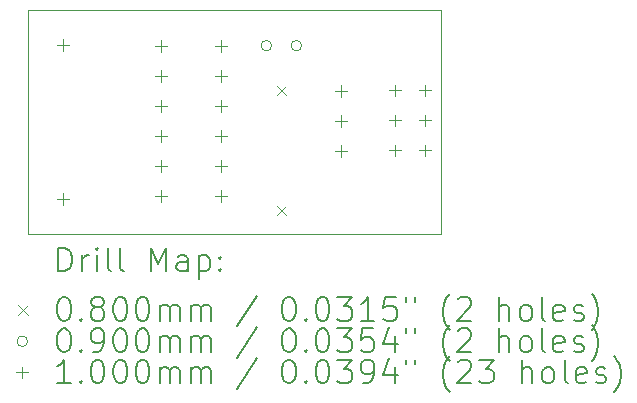
<source format=gbr>
%TF.GenerationSoftware,KiCad,Pcbnew,8.0.3*%
%TF.CreationDate,2024-07-07T19:01:39+09:00*%
%TF.ProjectId,next_usb_device,6e657874-5f75-4736-925f-646576696365,rev?*%
%TF.SameCoordinates,Original*%
%TF.FileFunction,Drillmap*%
%TF.FilePolarity,Positive*%
%FSLAX45Y45*%
G04 Gerber Fmt 4.5, Leading zero omitted, Abs format (unit mm)*
G04 Created by KiCad (PCBNEW 8.0.3) date 2024-07-07 19:01:39*
%MOMM*%
%LPD*%
G01*
G04 APERTURE LIST*
%ADD10C,0.050000*%
%ADD11C,0.200000*%
%ADD12C,0.100000*%
G04 APERTURE END LIST*
D10*
X10300000Y-6300000D02*
X13800000Y-6300000D01*
X13800000Y-8200000D01*
X10300000Y-8200000D01*
X10300000Y-6300000D01*
D11*
D12*
X12406000Y-6945000D02*
X12486000Y-7025000D01*
X12486000Y-6945000D02*
X12406000Y-7025000D01*
X12406000Y-7961000D02*
X12486000Y-8041000D01*
X12486000Y-7961000D02*
X12406000Y-8041000D01*
X12364000Y-6604000D02*
G75*
G02*
X12274000Y-6604000I-45000J0D01*
G01*
X12274000Y-6604000D02*
G75*
G02*
X12364000Y-6604000I45000J0D01*
G01*
X12618000Y-6604000D02*
G75*
G02*
X12528000Y-6604000I-45000J0D01*
G01*
X12528000Y-6604000D02*
G75*
G02*
X12618000Y-6604000I45000J0D01*
G01*
X10600000Y-6550000D02*
X10600000Y-6650000D01*
X10550000Y-6600000D02*
X10650000Y-6600000D01*
X10600000Y-7850000D02*
X10600000Y-7950000D01*
X10550000Y-7900000D02*
X10650000Y-7900000D01*
X11430000Y-6554000D02*
X11430000Y-6654000D01*
X11380000Y-6604000D02*
X11480000Y-6604000D01*
X11430000Y-6808000D02*
X11430000Y-6908000D01*
X11380000Y-6858000D02*
X11480000Y-6858000D01*
X11430000Y-7062000D02*
X11430000Y-7162000D01*
X11380000Y-7112000D02*
X11480000Y-7112000D01*
X11430000Y-7316000D02*
X11430000Y-7416000D01*
X11380000Y-7366000D02*
X11480000Y-7366000D01*
X11430000Y-7570000D02*
X11430000Y-7670000D01*
X11380000Y-7620000D02*
X11480000Y-7620000D01*
X11430000Y-7824000D02*
X11430000Y-7924000D01*
X11380000Y-7874000D02*
X11480000Y-7874000D01*
X11938000Y-6554000D02*
X11938000Y-6654000D01*
X11888000Y-6604000D02*
X11988000Y-6604000D01*
X11938000Y-6808000D02*
X11938000Y-6908000D01*
X11888000Y-6858000D02*
X11988000Y-6858000D01*
X11938000Y-7062000D02*
X11938000Y-7162000D01*
X11888000Y-7112000D02*
X11988000Y-7112000D01*
X11938000Y-7316000D02*
X11938000Y-7416000D01*
X11888000Y-7366000D02*
X11988000Y-7366000D01*
X11938000Y-7570000D02*
X11938000Y-7670000D01*
X11888000Y-7620000D02*
X11988000Y-7620000D01*
X11938000Y-7824000D02*
X11938000Y-7924000D01*
X11888000Y-7874000D02*
X11988000Y-7874000D01*
X12954000Y-6935000D02*
X12954000Y-7035000D01*
X12904000Y-6985000D02*
X13004000Y-6985000D01*
X12954000Y-7189000D02*
X12954000Y-7289000D01*
X12904000Y-7239000D02*
X13004000Y-7239000D01*
X12954000Y-7443000D02*
X12954000Y-7543000D01*
X12904000Y-7493000D02*
X13004000Y-7493000D01*
X13407500Y-6933500D02*
X13407500Y-7033500D01*
X13357500Y-6983500D02*
X13457500Y-6983500D01*
X13407500Y-7187500D02*
X13407500Y-7287500D01*
X13357500Y-7237500D02*
X13457500Y-7237500D01*
X13407500Y-7441500D02*
X13407500Y-7541500D01*
X13357500Y-7491500D02*
X13457500Y-7491500D01*
X13661500Y-6933500D02*
X13661500Y-7033500D01*
X13611500Y-6983500D02*
X13711500Y-6983500D01*
X13661500Y-7187500D02*
X13661500Y-7287500D01*
X13611500Y-7237500D02*
X13711500Y-7237500D01*
X13661500Y-7441500D02*
X13661500Y-7541500D01*
X13611500Y-7491500D02*
X13711500Y-7491500D01*
D11*
X10558277Y-8513984D02*
X10558277Y-8313984D01*
X10558277Y-8313984D02*
X10605896Y-8313984D01*
X10605896Y-8313984D02*
X10634467Y-8323508D01*
X10634467Y-8323508D02*
X10653515Y-8342555D01*
X10653515Y-8342555D02*
X10663039Y-8361603D01*
X10663039Y-8361603D02*
X10672563Y-8399698D01*
X10672563Y-8399698D02*
X10672563Y-8428270D01*
X10672563Y-8428270D02*
X10663039Y-8466365D01*
X10663039Y-8466365D02*
X10653515Y-8485412D01*
X10653515Y-8485412D02*
X10634467Y-8504460D01*
X10634467Y-8504460D02*
X10605896Y-8513984D01*
X10605896Y-8513984D02*
X10558277Y-8513984D01*
X10758277Y-8513984D02*
X10758277Y-8380650D01*
X10758277Y-8418746D02*
X10767801Y-8399698D01*
X10767801Y-8399698D02*
X10777324Y-8390174D01*
X10777324Y-8390174D02*
X10796372Y-8380650D01*
X10796372Y-8380650D02*
X10815420Y-8380650D01*
X10882086Y-8513984D02*
X10882086Y-8380650D01*
X10882086Y-8313984D02*
X10872563Y-8323508D01*
X10872563Y-8323508D02*
X10882086Y-8333031D01*
X10882086Y-8333031D02*
X10891610Y-8323508D01*
X10891610Y-8323508D02*
X10882086Y-8313984D01*
X10882086Y-8313984D02*
X10882086Y-8333031D01*
X11005896Y-8513984D02*
X10986848Y-8504460D01*
X10986848Y-8504460D02*
X10977324Y-8485412D01*
X10977324Y-8485412D02*
X10977324Y-8313984D01*
X11110658Y-8513984D02*
X11091610Y-8504460D01*
X11091610Y-8504460D02*
X11082086Y-8485412D01*
X11082086Y-8485412D02*
X11082086Y-8313984D01*
X11339229Y-8513984D02*
X11339229Y-8313984D01*
X11339229Y-8313984D02*
X11405896Y-8456841D01*
X11405896Y-8456841D02*
X11472562Y-8313984D01*
X11472562Y-8313984D02*
X11472562Y-8513984D01*
X11653515Y-8513984D02*
X11653515Y-8409222D01*
X11653515Y-8409222D02*
X11643991Y-8390174D01*
X11643991Y-8390174D02*
X11624943Y-8380650D01*
X11624943Y-8380650D02*
X11586848Y-8380650D01*
X11586848Y-8380650D02*
X11567801Y-8390174D01*
X11653515Y-8504460D02*
X11634467Y-8513984D01*
X11634467Y-8513984D02*
X11586848Y-8513984D01*
X11586848Y-8513984D02*
X11567801Y-8504460D01*
X11567801Y-8504460D02*
X11558277Y-8485412D01*
X11558277Y-8485412D02*
X11558277Y-8466365D01*
X11558277Y-8466365D02*
X11567801Y-8447317D01*
X11567801Y-8447317D02*
X11586848Y-8437793D01*
X11586848Y-8437793D02*
X11634467Y-8437793D01*
X11634467Y-8437793D02*
X11653515Y-8428270D01*
X11748753Y-8380650D02*
X11748753Y-8580650D01*
X11748753Y-8390174D02*
X11767801Y-8380650D01*
X11767801Y-8380650D02*
X11805896Y-8380650D01*
X11805896Y-8380650D02*
X11824943Y-8390174D01*
X11824943Y-8390174D02*
X11834467Y-8399698D01*
X11834467Y-8399698D02*
X11843991Y-8418746D01*
X11843991Y-8418746D02*
X11843991Y-8475889D01*
X11843991Y-8475889D02*
X11834467Y-8494936D01*
X11834467Y-8494936D02*
X11824943Y-8504460D01*
X11824943Y-8504460D02*
X11805896Y-8513984D01*
X11805896Y-8513984D02*
X11767801Y-8513984D01*
X11767801Y-8513984D02*
X11748753Y-8504460D01*
X11929705Y-8494936D02*
X11939229Y-8504460D01*
X11939229Y-8504460D02*
X11929705Y-8513984D01*
X11929705Y-8513984D02*
X11920182Y-8504460D01*
X11920182Y-8504460D02*
X11929705Y-8494936D01*
X11929705Y-8494936D02*
X11929705Y-8513984D01*
X11929705Y-8390174D02*
X11939229Y-8399698D01*
X11939229Y-8399698D02*
X11929705Y-8409222D01*
X11929705Y-8409222D02*
X11920182Y-8399698D01*
X11920182Y-8399698D02*
X11929705Y-8390174D01*
X11929705Y-8390174D02*
X11929705Y-8409222D01*
D12*
X10217500Y-8802500D02*
X10297500Y-8882500D01*
X10297500Y-8802500D02*
X10217500Y-8882500D01*
D11*
X10596372Y-8733984D02*
X10615420Y-8733984D01*
X10615420Y-8733984D02*
X10634467Y-8743508D01*
X10634467Y-8743508D02*
X10643991Y-8753031D01*
X10643991Y-8753031D02*
X10653515Y-8772079D01*
X10653515Y-8772079D02*
X10663039Y-8810174D01*
X10663039Y-8810174D02*
X10663039Y-8857793D01*
X10663039Y-8857793D02*
X10653515Y-8895889D01*
X10653515Y-8895889D02*
X10643991Y-8914936D01*
X10643991Y-8914936D02*
X10634467Y-8924460D01*
X10634467Y-8924460D02*
X10615420Y-8933984D01*
X10615420Y-8933984D02*
X10596372Y-8933984D01*
X10596372Y-8933984D02*
X10577324Y-8924460D01*
X10577324Y-8924460D02*
X10567801Y-8914936D01*
X10567801Y-8914936D02*
X10558277Y-8895889D01*
X10558277Y-8895889D02*
X10548753Y-8857793D01*
X10548753Y-8857793D02*
X10548753Y-8810174D01*
X10548753Y-8810174D02*
X10558277Y-8772079D01*
X10558277Y-8772079D02*
X10567801Y-8753031D01*
X10567801Y-8753031D02*
X10577324Y-8743508D01*
X10577324Y-8743508D02*
X10596372Y-8733984D01*
X10748753Y-8914936D02*
X10758277Y-8924460D01*
X10758277Y-8924460D02*
X10748753Y-8933984D01*
X10748753Y-8933984D02*
X10739229Y-8924460D01*
X10739229Y-8924460D02*
X10748753Y-8914936D01*
X10748753Y-8914936D02*
X10748753Y-8933984D01*
X10872563Y-8819698D02*
X10853515Y-8810174D01*
X10853515Y-8810174D02*
X10843991Y-8800650D01*
X10843991Y-8800650D02*
X10834467Y-8781603D01*
X10834467Y-8781603D02*
X10834467Y-8772079D01*
X10834467Y-8772079D02*
X10843991Y-8753031D01*
X10843991Y-8753031D02*
X10853515Y-8743508D01*
X10853515Y-8743508D02*
X10872563Y-8733984D01*
X10872563Y-8733984D02*
X10910658Y-8733984D01*
X10910658Y-8733984D02*
X10929705Y-8743508D01*
X10929705Y-8743508D02*
X10939229Y-8753031D01*
X10939229Y-8753031D02*
X10948753Y-8772079D01*
X10948753Y-8772079D02*
X10948753Y-8781603D01*
X10948753Y-8781603D02*
X10939229Y-8800650D01*
X10939229Y-8800650D02*
X10929705Y-8810174D01*
X10929705Y-8810174D02*
X10910658Y-8819698D01*
X10910658Y-8819698D02*
X10872563Y-8819698D01*
X10872563Y-8819698D02*
X10853515Y-8829222D01*
X10853515Y-8829222D02*
X10843991Y-8838746D01*
X10843991Y-8838746D02*
X10834467Y-8857793D01*
X10834467Y-8857793D02*
X10834467Y-8895889D01*
X10834467Y-8895889D02*
X10843991Y-8914936D01*
X10843991Y-8914936D02*
X10853515Y-8924460D01*
X10853515Y-8924460D02*
X10872563Y-8933984D01*
X10872563Y-8933984D02*
X10910658Y-8933984D01*
X10910658Y-8933984D02*
X10929705Y-8924460D01*
X10929705Y-8924460D02*
X10939229Y-8914936D01*
X10939229Y-8914936D02*
X10948753Y-8895889D01*
X10948753Y-8895889D02*
X10948753Y-8857793D01*
X10948753Y-8857793D02*
X10939229Y-8838746D01*
X10939229Y-8838746D02*
X10929705Y-8829222D01*
X10929705Y-8829222D02*
X10910658Y-8819698D01*
X11072563Y-8733984D02*
X11091610Y-8733984D01*
X11091610Y-8733984D02*
X11110658Y-8743508D01*
X11110658Y-8743508D02*
X11120182Y-8753031D01*
X11120182Y-8753031D02*
X11129705Y-8772079D01*
X11129705Y-8772079D02*
X11139229Y-8810174D01*
X11139229Y-8810174D02*
X11139229Y-8857793D01*
X11139229Y-8857793D02*
X11129705Y-8895889D01*
X11129705Y-8895889D02*
X11120182Y-8914936D01*
X11120182Y-8914936D02*
X11110658Y-8924460D01*
X11110658Y-8924460D02*
X11091610Y-8933984D01*
X11091610Y-8933984D02*
X11072563Y-8933984D01*
X11072563Y-8933984D02*
X11053515Y-8924460D01*
X11053515Y-8924460D02*
X11043991Y-8914936D01*
X11043991Y-8914936D02*
X11034467Y-8895889D01*
X11034467Y-8895889D02*
X11024944Y-8857793D01*
X11024944Y-8857793D02*
X11024944Y-8810174D01*
X11024944Y-8810174D02*
X11034467Y-8772079D01*
X11034467Y-8772079D02*
X11043991Y-8753031D01*
X11043991Y-8753031D02*
X11053515Y-8743508D01*
X11053515Y-8743508D02*
X11072563Y-8733984D01*
X11263039Y-8733984D02*
X11282086Y-8733984D01*
X11282086Y-8733984D02*
X11301134Y-8743508D01*
X11301134Y-8743508D02*
X11310658Y-8753031D01*
X11310658Y-8753031D02*
X11320182Y-8772079D01*
X11320182Y-8772079D02*
X11329705Y-8810174D01*
X11329705Y-8810174D02*
X11329705Y-8857793D01*
X11329705Y-8857793D02*
X11320182Y-8895889D01*
X11320182Y-8895889D02*
X11310658Y-8914936D01*
X11310658Y-8914936D02*
X11301134Y-8924460D01*
X11301134Y-8924460D02*
X11282086Y-8933984D01*
X11282086Y-8933984D02*
X11263039Y-8933984D01*
X11263039Y-8933984D02*
X11243991Y-8924460D01*
X11243991Y-8924460D02*
X11234467Y-8914936D01*
X11234467Y-8914936D02*
X11224943Y-8895889D01*
X11224943Y-8895889D02*
X11215420Y-8857793D01*
X11215420Y-8857793D02*
X11215420Y-8810174D01*
X11215420Y-8810174D02*
X11224943Y-8772079D01*
X11224943Y-8772079D02*
X11234467Y-8753031D01*
X11234467Y-8753031D02*
X11243991Y-8743508D01*
X11243991Y-8743508D02*
X11263039Y-8733984D01*
X11415420Y-8933984D02*
X11415420Y-8800650D01*
X11415420Y-8819698D02*
X11424943Y-8810174D01*
X11424943Y-8810174D02*
X11443991Y-8800650D01*
X11443991Y-8800650D02*
X11472563Y-8800650D01*
X11472563Y-8800650D02*
X11491610Y-8810174D01*
X11491610Y-8810174D02*
X11501134Y-8829222D01*
X11501134Y-8829222D02*
X11501134Y-8933984D01*
X11501134Y-8829222D02*
X11510658Y-8810174D01*
X11510658Y-8810174D02*
X11529705Y-8800650D01*
X11529705Y-8800650D02*
X11558277Y-8800650D01*
X11558277Y-8800650D02*
X11577324Y-8810174D01*
X11577324Y-8810174D02*
X11586848Y-8829222D01*
X11586848Y-8829222D02*
X11586848Y-8933984D01*
X11682086Y-8933984D02*
X11682086Y-8800650D01*
X11682086Y-8819698D02*
X11691610Y-8810174D01*
X11691610Y-8810174D02*
X11710658Y-8800650D01*
X11710658Y-8800650D02*
X11739229Y-8800650D01*
X11739229Y-8800650D02*
X11758277Y-8810174D01*
X11758277Y-8810174D02*
X11767801Y-8829222D01*
X11767801Y-8829222D02*
X11767801Y-8933984D01*
X11767801Y-8829222D02*
X11777324Y-8810174D01*
X11777324Y-8810174D02*
X11796372Y-8800650D01*
X11796372Y-8800650D02*
X11824943Y-8800650D01*
X11824943Y-8800650D02*
X11843991Y-8810174D01*
X11843991Y-8810174D02*
X11853515Y-8829222D01*
X11853515Y-8829222D02*
X11853515Y-8933984D01*
X12243991Y-8724460D02*
X12072563Y-8981603D01*
X12501134Y-8733984D02*
X12520182Y-8733984D01*
X12520182Y-8733984D02*
X12539229Y-8743508D01*
X12539229Y-8743508D02*
X12548753Y-8753031D01*
X12548753Y-8753031D02*
X12558277Y-8772079D01*
X12558277Y-8772079D02*
X12567801Y-8810174D01*
X12567801Y-8810174D02*
X12567801Y-8857793D01*
X12567801Y-8857793D02*
X12558277Y-8895889D01*
X12558277Y-8895889D02*
X12548753Y-8914936D01*
X12548753Y-8914936D02*
X12539229Y-8924460D01*
X12539229Y-8924460D02*
X12520182Y-8933984D01*
X12520182Y-8933984D02*
X12501134Y-8933984D01*
X12501134Y-8933984D02*
X12482086Y-8924460D01*
X12482086Y-8924460D02*
X12472563Y-8914936D01*
X12472563Y-8914936D02*
X12463039Y-8895889D01*
X12463039Y-8895889D02*
X12453515Y-8857793D01*
X12453515Y-8857793D02*
X12453515Y-8810174D01*
X12453515Y-8810174D02*
X12463039Y-8772079D01*
X12463039Y-8772079D02*
X12472563Y-8753031D01*
X12472563Y-8753031D02*
X12482086Y-8743508D01*
X12482086Y-8743508D02*
X12501134Y-8733984D01*
X12653515Y-8914936D02*
X12663039Y-8924460D01*
X12663039Y-8924460D02*
X12653515Y-8933984D01*
X12653515Y-8933984D02*
X12643991Y-8924460D01*
X12643991Y-8924460D02*
X12653515Y-8914936D01*
X12653515Y-8914936D02*
X12653515Y-8933984D01*
X12786848Y-8733984D02*
X12805896Y-8733984D01*
X12805896Y-8733984D02*
X12824944Y-8743508D01*
X12824944Y-8743508D02*
X12834467Y-8753031D01*
X12834467Y-8753031D02*
X12843991Y-8772079D01*
X12843991Y-8772079D02*
X12853515Y-8810174D01*
X12853515Y-8810174D02*
X12853515Y-8857793D01*
X12853515Y-8857793D02*
X12843991Y-8895889D01*
X12843991Y-8895889D02*
X12834467Y-8914936D01*
X12834467Y-8914936D02*
X12824944Y-8924460D01*
X12824944Y-8924460D02*
X12805896Y-8933984D01*
X12805896Y-8933984D02*
X12786848Y-8933984D01*
X12786848Y-8933984D02*
X12767801Y-8924460D01*
X12767801Y-8924460D02*
X12758277Y-8914936D01*
X12758277Y-8914936D02*
X12748753Y-8895889D01*
X12748753Y-8895889D02*
X12739229Y-8857793D01*
X12739229Y-8857793D02*
X12739229Y-8810174D01*
X12739229Y-8810174D02*
X12748753Y-8772079D01*
X12748753Y-8772079D02*
X12758277Y-8753031D01*
X12758277Y-8753031D02*
X12767801Y-8743508D01*
X12767801Y-8743508D02*
X12786848Y-8733984D01*
X12920182Y-8733984D02*
X13043991Y-8733984D01*
X13043991Y-8733984D02*
X12977325Y-8810174D01*
X12977325Y-8810174D02*
X13005896Y-8810174D01*
X13005896Y-8810174D02*
X13024944Y-8819698D01*
X13024944Y-8819698D02*
X13034467Y-8829222D01*
X13034467Y-8829222D02*
X13043991Y-8848270D01*
X13043991Y-8848270D02*
X13043991Y-8895889D01*
X13043991Y-8895889D02*
X13034467Y-8914936D01*
X13034467Y-8914936D02*
X13024944Y-8924460D01*
X13024944Y-8924460D02*
X13005896Y-8933984D01*
X13005896Y-8933984D02*
X12948753Y-8933984D01*
X12948753Y-8933984D02*
X12929706Y-8924460D01*
X12929706Y-8924460D02*
X12920182Y-8914936D01*
X13234467Y-8933984D02*
X13120182Y-8933984D01*
X13177325Y-8933984D02*
X13177325Y-8733984D01*
X13177325Y-8733984D02*
X13158277Y-8762555D01*
X13158277Y-8762555D02*
X13139229Y-8781603D01*
X13139229Y-8781603D02*
X13120182Y-8791127D01*
X13415420Y-8733984D02*
X13320182Y-8733984D01*
X13320182Y-8733984D02*
X13310658Y-8829222D01*
X13310658Y-8829222D02*
X13320182Y-8819698D01*
X13320182Y-8819698D02*
X13339229Y-8810174D01*
X13339229Y-8810174D02*
X13386848Y-8810174D01*
X13386848Y-8810174D02*
X13405896Y-8819698D01*
X13405896Y-8819698D02*
X13415420Y-8829222D01*
X13415420Y-8829222D02*
X13424944Y-8848270D01*
X13424944Y-8848270D02*
X13424944Y-8895889D01*
X13424944Y-8895889D02*
X13415420Y-8914936D01*
X13415420Y-8914936D02*
X13405896Y-8924460D01*
X13405896Y-8924460D02*
X13386848Y-8933984D01*
X13386848Y-8933984D02*
X13339229Y-8933984D01*
X13339229Y-8933984D02*
X13320182Y-8924460D01*
X13320182Y-8924460D02*
X13310658Y-8914936D01*
X13501134Y-8733984D02*
X13501134Y-8772079D01*
X13577325Y-8733984D02*
X13577325Y-8772079D01*
X13872563Y-9010174D02*
X13863039Y-9000650D01*
X13863039Y-9000650D02*
X13843991Y-8972079D01*
X13843991Y-8972079D02*
X13834468Y-8953031D01*
X13834468Y-8953031D02*
X13824944Y-8924460D01*
X13824944Y-8924460D02*
X13815420Y-8876841D01*
X13815420Y-8876841D02*
X13815420Y-8838746D01*
X13815420Y-8838746D02*
X13824944Y-8791127D01*
X13824944Y-8791127D02*
X13834468Y-8762555D01*
X13834468Y-8762555D02*
X13843991Y-8743508D01*
X13843991Y-8743508D02*
X13863039Y-8714936D01*
X13863039Y-8714936D02*
X13872563Y-8705412D01*
X13939229Y-8753031D02*
X13948753Y-8743508D01*
X13948753Y-8743508D02*
X13967801Y-8733984D01*
X13967801Y-8733984D02*
X14015420Y-8733984D01*
X14015420Y-8733984D02*
X14034468Y-8743508D01*
X14034468Y-8743508D02*
X14043991Y-8753031D01*
X14043991Y-8753031D02*
X14053515Y-8772079D01*
X14053515Y-8772079D02*
X14053515Y-8791127D01*
X14053515Y-8791127D02*
X14043991Y-8819698D01*
X14043991Y-8819698D02*
X13929706Y-8933984D01*
X13929706Y-8933984D02*
X14053515Y-8933984D01*
X14291610Y-8933984D02*
X14291610Y-8733984D01*
X14377325Y-8933984D02*
X14377325Y-8829222D01*
X14377325Y-8829222D02*
X14367801Y-8810174D01*
X14367801Y-8810174D02*
X14348753Y-8800650D01*
X14348753Y-8800650D02*
X14320182Y-8800650D01*
X14320182Y-8800650D02*
X14301134Y-8810174D01*
X14301134Y-8810174D02*
X14291610Y-8819698D01*
X14501134Y-8933984D02*
X14482087Y-8924460D01*
X14482087Y-8924460D02*
X14472563Y-8914936D01*
X14472563Y-8914936D02*
X14463039Y-8895889D01*
X14463039Y-8895889D02*
X14463039Y-8838746D01*
X14463039Y-8838746D02*
X14472563Y-8819698D01*
X14472563Y-8819698D02*
X14482087Y-8810174D01*
X14482087Y-8810174D02*
X14501134Y-8800650D01*
X14501134Y-8800650D02*
X14529706Y-8800650D01*
X14529706Y-8800650D02*
X14548753Y-8810174D01*
X14548753Y-8810174D02*
X14558277Y-8819698D01*
X14558277Y-8819698D02*
X14567801Y-8838746D01*
X14567801Y-8838746D02*
X14567801Y-8895889D01*
X14567801Y-8895889D02*
X14558277Y-8914936D01*
X14558277Y-8914936D02*
X14548753Y-8924460D01*
X14548753Y-8924460D02*
X14529706Y-8933984D01*
X14529706Y-8933984D02*
X14501134Y-8933984D01*
X14682087Y-8933984D02*
X14663039Y-8924460D01*
X14663039Y-8924460D02*
X14653515Y-8905412D01*
X14653515Y-8905412D02*
X14653515Y-8733984D01*
X14834468Y-8924460D02*
X14815420Y-8933984D01*
X14815420Y-8933984D02*
X14777325Y-8933984D01*
X14777325Y-8933984D02*
X14758277Y-8924460D01*
X14758277Y-8924460D02*
X14748753Y-8905412D01*
X14748753Y-8905412D02*
X14748753Y-8829222D01*
X14748753Y-8829222D02*
X14758277Y-8810174D01*
X14758277Y-8810174D02*
X14777325Y-8800650D01*
X14777325Y-8800650D02*
X14815420Y-8800650D01*
X14815420Y-8800650D02*
X14834468Y-8810174D01*
X14834468Y-8810174D02*
X14843991Y-8829222D01*
X14843991Y-8829222D02*
X14843991Y-8848270D01*
X14843991Y-8848270D02*
X14748753Y-8867317D01*
X14920182Y-8924460D02*
X14939230Y-8933984D01*
X14939230Y-8933984D02*
X14977325Y-8933984D01*
X14977325Y-8933984D02*
X14996372Y-8924460D01*
X14996372Y-8924460D02*
X15005896Y-8905412D01*
X15005896Y-8905412D02*
X15005896Y-8895889D01*
X15005896Y-8895889D02*
X14996372Y-8876841D01*
X14996372Y-8876841D02*
X14977325Y-8867317D01*
X14977325Y-8867317D02*
X14948753Y-8867317D01*
X14948753Y-8867317D02*
X14929706Y-8857793D01*
X14929706Y-8857793D02*
X14920182Y-8838746D01*
X14920182Y-8838746D02*
X14920182Y-8829222D01*
X14920182Y-8829222D02*
X14929706Y-8810174D01*
X14929706Y-8810174D02*
X14948753Y-8800650D01*
X14948753Y-8800650D02*
X14977325Y-8800650D01*
X14977325Y-8800650D02*
X14996372Y-8810174D01*
X15072563Y-9010174D02*
X15082087Y-9000650D01*
X15082087Y-9000650D02*
X15101134Y-8972079D01*
X15101134Y-8972079D02*
X15110658Y-8953031D01*
X15110658Y-8953031D02*
X15120182Y-8924460D01*
X15120182Y-8924460D02*
X15129706Y-8876841D01*
X15129706Y-8876841D02*
X15129706Y-8838746D01*
X15129706Y-8838746D02*
X15120182Y-8791127D01*
X15120182Y-8791127D02*
X15110658Y-8762555D01*
X15110658Y-8762555D02*
X15101134Y-8743508D01*
X15101134Y-8743508D02*
X15082087Y-8714936D01*
X15082087Y-8714936D02*
X15072563Y-8705412D01*
D12*
X10297500Y-9106500D02*
G75*
G02*
X10207500Y-9106500I-45000J0D01*
G01*
X10207500Y-9106500D02*
G75*
G02*
X10297500Y-9106500I45000J0D01*
G01*
D11*
X10596372Y-8997984D02*
X10615420Y-8997984D01*
X10615420Y-8997984D02*
X10634467Y-9007508D01*
X10634467Y-9007508D02*
X10643991Y-9017031D01*
X10643991Y-9017031D02*
X10653515Y-9036079D01*
X10653515Y-9036079D02*
X10663039Y-9074174D01*
X10663039Y-9074174D02*
X10663039Y-9121793D01*
X10663039Y-9121793D02*
X10653515Y-9159889D01*
X10653515Y-9159889D02*
X10643991Y-9178936D01*
X10643991Y-9178936D02*
X10634467Y-9188460D01*
X10634467Y-9188460D02*
X10615420Y-9197984D01*
X10615420Y-9197984D02*
X10596372Y-9197984D01*
X10596372Y-9197984D02*
X10577324Y-9188460D01*
X10577324Y-9188460D02*
X10567801Y-9178936D01*
X10567801Y-9178936D02*
X10558277Y-9159889D01*
X10558277Y-9159889D02*
X10548753Y-9121793D01*
X10548753Y-9121793D02*
X10548753Y-9074174D01*
X10548753Y-9074174D02*
X10558277Y-9036079D01*
X10558277Y-9036079D02*
X10567801Y-9017031D01*
X10567801Y-9017031D02*
X10577324Y-9007508D01*
X10577324Y-9007508D02*
X10596372Y-8997984D01*
X10748753Y-9178936D02*
X10758277Y-9188460D01*
X10758277Y-9188460D02*
X10748753Y-9197984D01*
X10748753Y-9197984D02*
X10739229Y-9188460D01*
X10739229Y-9188460D02*
X10748753Y-9178936D01*
X10748753Y-9178936D02*
X10748753Y-9197984D01*
X10853515Y-9197984D02*
X10891610Y-9197984D01*
X10891610Y-9197984D02*
X10910658Y-9188460D01*
X10910658Y-9188460D02*
X10920182Y-9178936D01*
X10920182Y-9178936D02*
X10939229Y-9150365D01*
X10939229Y-9150365D02*
X10948753Y-9112270D01*
X10948753Y-9112270D02*
X10948753Y-9036079D01*
X10948753Y-9036079D02*
X10939229Y-9017031D01*
X10939229Y-9017031D02*
X10929705Y-9007508D01*
X10929705Y-9007508D02*
X10910658Y-8997984D01*
X10910658Y-8997984D02*
X10872563Y-8997984D01*
X10872563Y-8997984D02*
X10853515Y-9007508D01*
X10853515Y-9007508D02*
X10843991Y-9017031D01*
X10843991Y-9017031D02*
X10834467Y-9036079D01*
X10834467Y-9036079D02*
X10834467Y-9083698D01*
X10834467Y-9083698D02*
X10843991Y-9102746D01*
X10843991Y-9102746D02*
X10853515Y-9112270D01*
X10853515Y-9112270D02*
X10872563Y-9121793D01*
X10872563Y-9121793D02*
X10910658Y-9121793D01*
X10910658Y-9121793D02*
X10929705Y-9112270D01*
X10929705Y-9112270D02*
X10939229Y-9102746D01*
X10939229Y-9102746D02*
X10948753Y-9083698D01*
X11072563Y-8997984D02*
X11091610Y-8997984D01*
X11091610Y-8997984D02*
X11110658Y-9007508D01*
X11110658Y-9007508D02*
X11120182Y-9017031D01*
X11120182Y-9017031D02*
X11129705Y-9036079D01*
X11129705Y-9036079D02*
X11139229Y-9074174D01*
X11139229Y-9074174D02*
X11139229Y-9121793D01*
X11139229Y-9121793D02*
X11129705Y-9159889D01*
X11129705Y-9159889D02*
X11120182Y-9178936D01*
X11120182Y-9178936D02*
X11110658Y-9188460D01*
X11110658Y-9188460D02*
X11091610Y-9197984D01*
X11091610Y-9197984D02*
X11072563Y-9197984D01*
X11072563Y-9197984D02*
X11053515Y-9188460D01*
X11053515Y-9188460D02*
X11043991Y-9178936D01*
X11043991Y-9178936D02*
X11034467Y-9159889D01*
X11034467Y-9159889D02*
X11024944Y-9121793D01*
X11024944Y-9121793D02*
X11024944Y-9074174D01*
X11024944Y-9074174D02*
X11034467Y-9036079D01*
X11034467Y-9036079D02*
X11043991Y-9017031D01*
X11043991Y-9017031D02*
X11053515Y-9007508D01*
X11053515Y-9007508D02*
X11072563Y-8997984D01*
X11263039Y-8997984D02*
X11282086Y-8997984D01*
X11282086Y-8997984D02*
X11301134Y-9007508D01*
X11301134Y-9007508D02*
X11310658Y-9017031D01*
X11310658Y-9017031D02*
X11320182Y-9036079D01*
X11320182Y-9036079D02*
X11329705Y-9074174D01*
X11329705Y-9074174D02*
X11329705Y-9121793D01*
X11329705Y-9121793D02*
X11320182Y-9159889D01*
X11320182Y-9159889D02*
X11310658Y-9178936D01*
X11310658Y-9178936D02*
X11301134Y-9188460D01*
X11301134Y-9188460D02*
X11282086Y-9197984D01*
X11282086Y-9197984D02*
X11263039Y-9197984D01*
X11263039Y-9197984D02*
X11243991Y-9188460D01*
X11243991Y-9188460D02*
X11234467Y-9178936D01*
X11234467Y-9178936D02*
X11224943Y-9159889D01*
X11224943Y-9159889D02*
X11215420Y-9121793D01*
X11215420Y-9121793D02*
X11215420Y-9074174D01*
X11215420Y-9074174D02*
X11224943Y-9036079D01*
X11224943Y-9036079D02*
X11234467Y-9017031D01*
X11234467Y-9017031D02*
X11243991Y-9007508D01*
X11243991Y-9007508D02*
X11263039Y-8997984D01*
X11415420Y-9197984D02*
X11415420Y-9064650D01*
X11415420Y-9083698D02*
X11424943Y-9074174D01*
X11424943Y-9074174D02*
X11443991Y-9064650D01*
X11443991Y-9064650D02*
X11472563Y-9064650D01*
X11472563Y-9064650D02*
X11491610Y-9074174D01*
X11491610Y-9074174D02*
X11501134Y-9093222D01*
X11501134Y-9093222D02*
X11501134Y-9197984D01*
X11501134Y-9093222D02*
X11510658Y-9074174D01*
X11510658Y-9074174D02*
X11529705Y-9064650D01*
X11529705Y-9064650D02*
X11558277Y-9064650D01*
X11558277Y-9064650D02*
X11577324Y-9074174D01*
X11577324Y-9074174D02*
X11586848Y-9093222D01*
X11586848Y-9093222D02*
X11586848Y-9197984D01*
X11682086Y-9197984D02*
X11682086Y-9064650D01*
X11682086Y-9083698D02*
X11691610Y-9074174D01*
X11691610Y-9074174D02*
X11710658Y-9064650D01*
X11710658Y-9064650D02*
X11739229Y-9064650D01*
X11739229Y-9064650D02*
X11758277Y-9074174D01*
X11758277Y-9074174D02*
X11767801Y-9093222D01*
X11767801Y-9093222D02*
X11767801Y-9197984D01*
X11767801Y-9093222D02*
X11777324Y-9074174D01*
X11777324Y-9074174D02*
X11796372Y-9064650D01*
X11796372Y-9064650D02*
X11824943Y-9064650D01*
X11824943Y-9064650D02*
X11843991Y-9074174D01*
X11843991Y-9074174D02*
X11853515Y-9093222D01*
X11853515Y-9093222D02*
X11853515Y-9197984D01*
X12243991Y-8988460D02*
X12072563Y-9245603D01*
X12501134Y-8997984D02*
X12520182Y-8997984D01*
X12520182Y-8997984D02*
X12539229Y-9007508D01*
X12539229Y-9007508D02*
X12548753Y-9017031D01*
X12548753Y-9017031D02*
X12558277Y-9036079D01*
X12558277Y-9036079D02*
X12567801Y-9074174D01*
X12567801Y-9074174D02*
X12567801Y-9121793D01*
X12567801Y-9121793D02*
X12558277Y-9159889D01*
X12558277Y-9159889D02*
X12548753Y-9178936D01*
X12548753Y-9178936D02*
X12539229Y-9188460D01*
X12539229Y-9188460D02*
X12520182Y-9197984D01*
X12520182Y-9197984D02*
X12501134Y-9197984D01*
X12501134Y-9197984D02*
X12482086Y-9188460D01*
X12482086Y-9188460D02*
X12472563Y-9178936D01*
X12472563Y-9178936D02*
X12463039Y-9159889D01*
X12463039Y-9159889D02*
X12453515Y-9121793D01*
X12453515Y-9121793D02*
X12453515Y-9074174D01*
X12453515Y-9074174D02*
X12463039Y-9036079D01*
X12463039Y-9036079D02*
X12472563Y-9017031D01*
X12472563Y-9017031D02*
X12482086Y-9007508D01*
X12482086Y-9007508D02*
X12501134Y-8997984D01*
X12653515Y-9178936D02*
X12663039Y-9188460D01*
X12663039Y-9188460D02*
X12653515Y-9197984D01*
X12653515Y-9197984D02*
X12643991Y-9188460D01*
X12643991Y-9188460D02*
X12653515Y-9178936D01*
X12653515Y-9178936D02*
X12653515Y-9197984D01*
X12786848Y-8997984D02*
X12805896Y-8997984D01*
X12805896Y-8997984D02*
X12824944Y-9007508D01*
X12824944Y-9007508D02*
X12834467Y-9017031D01*
X12834467Y-9017031D02*
X12843991Y-9036079D01*
X12843991Y-9036079D02*
X12853515Y-9074174D01*
X12853515Y-9074174D02*
X12853515Y-9121793D01*
X12853515Y-9121793D02*
X12843991Y-9159889D01*
X12843991Y-9159889D02*
X12834467Y-9178936D01*
X12834467Y-9178936D02*
X12824944Y-9188460D01*
X12824944Y-9188460D02*
X12805896Y-9197984D01*
X12805896Y-9197984D02*
X12786848Y-9197984D01*
X12786848Y-9197984D02*
X12767801Y-9188460D01*
X12767801Y-9188460D02*
X12758277Y-9178936D01*
X12758277Y-9178936D02*
X12748753Y-9159889D01*
X12748753Y-9159889D02*
X12739229Y-9121793D01*
X12739229Y-9121793D02*
X12739229Y-9074174D01*
X12739229Y-9074174D02*
X12748753Y-9036079D01*
X12748753Y-9036079D02*
X12758277Y-9017031D01*
X12758277Y-9017031D02*
X12767801Y-9007508D01*
X12767801Y-9007508D02*
X12786848Y-8997984D01*
X12920182Y-8997984D02*
X13043991Y-8997984D01*
X13043991Y-8997984D02*
X12977325Y-9074174D01*
X12977325Y-9074174D02*
X13005896Y-9074174D01*
X13005896Y-9074174D02*
X13024944Y-9083698D01*
X13024944Y-9083698D02*
X13034467Y-9093222D01*
X13034467Y-9093222D02*
X13043991Y-9112270D01*
X13043991Y-9112270D02*
X13043991Y-9159889D01*
X13043991Y-9159889D02*
X13034467Y-9178936D01*
X13034467Y-9178936D02*
X13024944Y-9188460D01*
X13024944Y-9188460D02*
X13005896Y-9197984D01*
X13005896Y-9197984D02*
X12948753Y-9197984D01*
X12948753Y-9197984D02*
X12929706Y-9188460D01*
X12929706Y-9188460D02*
X12920182Y-9178936D01*
X13224944Y-8997984D02*
X13129706Y-8997984D01*
X13129706Y-8997984D02*
X13120182Y-9093222D01*
X13120182Y-9093222D02*
X13129706Y-9083698D01*
X13129706Y-9083698D02*
X13148753Y-9074174D01*
X13148753Y-9074174D02*
X13196372Y-9074174D01*
X13196372Y-9074174D02*
X13215420Y-9083698D01*
X13215420Y-9083698D02*
X13224944Y-9093222D01*
X13224944Y-9093222D02*
X13234467Y-9112270D01*
X13234467Y-9112270D02*
X13234467Y-9159889D01*
X13234467Y-9159889D02*
X13224944Y-9178936D01*
X13224944Y-9178936D02*
X13215420Y-9188460D01*
X13215420Y-9188460D02*
X13196372Y-9197984D01*
X13196372Y-9197984D02*
X13148753Y-9197984D01*
X13148753Y-9197984D02*
X13129706Y-9188460D01*
X13129706Y-9188460D02*
X13120182Y-9178936D01*
X13405896Y-9064650D02*
X13405896Y-9197984D01*
X13358277Y-8988460D02*
X13310658Y-9131317D01*
X13310658Y-9131317D02*
X13434467Y-9131317D01*
X13501134Y-8997984D02*
X13501134Y-9036079D01*
X13577325Y-8997984D02*
X13577325Y-9036079D01*
X13872563Y-9274174D02*
X13863039Y-9264650D01*
X13863039Y-9264650D02*
X13843991Y-9236079D01*
X13843991Y-9236079D02*
X13834468Y-9217031D01*
X13834468Y-9217031D02*
X13824944Y-9188460D01*
X13824944Y-9188460D02*
X13815420Y-9140841D01*
X13815420Y-9140841D02*
X13815420Y-9102746D01*
X13815420Y-9102746D02*
X13824944Y-9055127D01*
X13824944Y-9055127D02*
X13834468Y-9026555D01*
X13834468Y-9026555D02*
X13843991Y-9007508D01*
X13843991Y-9007508D02*
X13863039Y-8978936D01*
X13863039Y-8978936D02*
X13872563Y-8969412D01*
X13939229Y-9017031D02*
X13948753Y-9007508D01*
X13948753Y-9007508D02*
X13967801Y-8997984D01*
X13967801Y-8997984D02*
X14015420Y-8997984D01*
X14015420Y-8997984D02*
X14034468Y-9007508D01*
X14034468Y-9007508D02*
X14043991Y-9017031D01*
X14043991Y-9017031D02*
X14053515Y-9036079D01*
X14053515Y-9036079D02*
X14053515Y-9055127D01*
X14053515Y-9055127D02*
X14043991Y-9083698D01*
X14043991Y-9083698D02*
X13929706Y-9197984D01*
X13929706Y-9197984D02*
X14053515Y-9197984D01*
X14291610Y-9197984D02*
X14291610Y-8997984D01*
X14377325Y-9197984D02*
X14377325Y-9093222D01*
X14377325Y-9093222D02*
X14367801Y-9074174D01*
X14367801Y-9074174D02*
X14348753Y-9064650D01*
X14348753Y-9064650D02*
X14320182Y-9064650D01*
X14320182Y-9064650D02*
X14301134Y-9074174D01*
X14301134Y-9074174D02*
X14291610Y-9083698D01*
X14501134Y-9197984D02*
X14482087Y-9188460D01*
X14482087Y-9188460D02*
X14472563Y-9178936D01*
X14472563Y-9178936D02*
X14463039Y-9159889D01*
X14463039Y-9159889D02*
X14463039Y-9102746D01*
X14463039Y-9102746D02*
X14472563Y-9083698D01*
X14472563Y-9083698D02*
X14482087Y-9074174D01*
X14482087Y-9074174D02*
X14501134Y-9064650D01*
X14501134Y-9064650D02*
X14529706Y-9064650D01*
X14529706Y-9064650D02*
X14548753Y-9074174D01*
X14548753Y-9074174D02*
X14558277Y-9083698D01*
X14558277Y-9083698D02*
X14567801Y-9102746D01*
X14567801Y-9102746D02*
X14567801Y-9159889D01*
X14567801Y-9159889D02*
X14558277Y-9178936D01*
X14558277Y-9178936D02*
X14548753Y-9188460D01*
X14548753Y-9188460D02*
X14529706Y-9197984D01*
X14529706Y-9197984D02*
X14501134Y-9197984D01*
X14682087Y-9197984D02*
X14663039Y-9188460D01*
X14663039Y-9188460D02*
X14653515Y-9169412D01*
X14653515Y-9169412D02*
X14653515Y-8997984D01*
X14834468Y-9188460D02*
X14815420Y-9197984D01*
X14815420Y-9197984D02*
X14777325Y-9197984D01*
X14777325Y-9197984D02*
X14758277Y-9188460D01*
X14758277Y-9188460D02*
X14748753Y-9169412D01*
X14748753Y-9169412D02*
X14748753Y-9093222D01*
X14748753Y-9093222D02*
X14758277Y-9074174D01*
X14758277Y-9074174D02*
X14777325Y-9064650D01*
X14777325Y-9064650D02*
X14815420Y-9064650D01*
X14815420Y-9064650D02*
X14834468Y-9074174D01*
X14834468Y-9074174D02*
X14843991Y-9093222D01*
X14843991Y-9093222D02*
X14843991Y-9112270D01*
X14843991Y-9112270D02*
X14748753Y-9131317D01*
X14920182Y-9188460D02*
X14939230Y-9197984D01*
X14939230Y-9197984D02*
X14977325Y-9197984D01*
X14977325Y-9197984D02*
X14996372Y-9188460D01*
X14996372Y-9188460D02*
X15005896Y-9169412D01*
X15005896Y-9169412D02*
X15005896Y-9159889D01*
X15005896Y-9159889D02*
X14996372Y-9140841D01*
X14996372Y-9140841D02*
X14977325Y-9131317D01*
X14977325Y-9131317D02*
X14948753Y-9131317D01*
X14948753Y-9131317D02*
X14929706Y-9121793D01*
X14929706Y-9121793D02*
X14920182Y-9102746D01*
X14920182Y-9102746D02*
X14920182Y-9093222D01*
X14920182Y-9093222D02*
X14929706Y-9074174D01*
X14929706Y-9074174D02*
X14948753Y-9064650D01*
X14948753Y-9064650D02*
X14977325Y-9064650D01*
X14977325Y-9064650D02*
X14996372Y-9074174D01*
X15072563Y-9274174D02*
X15082087Y-9264650D01*
X15082087Y-9264650D02*
X15101134Y-9236079D01*
X15101134Y-9236079D02*
X15110658Y-9217031D01*
X15110658Y-9217031D02*
X15120182Y-9188460D01*
X15120182Y-9188460D02*
X15129706Y-9140841D01*
X15129706Y-9140841D02*
X15129706Y-9102746D01*
X15129706Y-9102746D02*
X15120182Y-9055127D01*
X15120182Y-9055127D02*
X15110658Y-9026555D01*
X15110658Y-9026555D02*
X15101134Y-9007508D01*
X15101134Y-9007508D02*
X15082087Y-8978936D01*
X15082087Y-8978936D02*
X15072563Y-8969412D01*
D12*
X10247500Y-9320500D02*
X10247500Y-9420500D01*
X10197500Y-9370500D02*
X10297500Y-9370500D01*
D11*
X10663039Y-9461984D02*
X10548753Y-9461984D01*
X10605896Y-9461984D02*
X10605896Y-9261984D01*
X10605896Y-9261984D02*
X10586848Y-9290555D01*
X10586848Y-9290555D02*
X10567801Y-9309603D01*
X10567801Y-9309603D02*
X10548753Y-9319127D01*
X10748753Y-9442936D02*
X10758277Y-9452460D01*
X10758277Y-9452460D02*
X10748753Y-9461984D01*
X10748753Y-9461984D02*
X10739229Y-9452460D01*
X10739229Y-9452460D02*
X10748753Y-9442936D01*
X10748753Y-9442936D02*
X10748753Y-9461984D01*
X10882086Y-9261984D02*
X10901134Y-9261984D01*
X10901134Y-9261984D02*
X10920182Y-9271508D01*
X10920182Y-9271508D02*
X10929705Y-9281031D01*
X10929705Y-9281031D02*
X10939229Y-9300079D01*
X10939229Y-9300079D02*
X10948753Y-9338174D01*
X10948753Y-9338174D02*
X10948753Y-9385793D01*
X10948753Y-9385793D02*
X10939229Y-9423889D01*
X10939229Y-9423889D02*
X10929705Y-9442936D01*
X10929705Y-9442936D02*
X10920182Y-9452460D01*
X10920182Y-9452460D02*
X10901134Y-9461984D01*
X10901134Y-9461984D02*
X10882086Y-9461984D01*
X10882086Y-9461984D02*
X10863039Y-9452460D01*
X10863039Y-9452460D02*
X10853515Y-9442936D01*
X10853515Y-9442936D02*
X10843991Y-9423889D01*
X10843991Y-9423889D02*
X10834467Y-9385793D01*
X10834467Y-9385793D02*
X10834467Y-9338174D01*
X10834467Y-9338174D02*
X10843991Y-9300079D01*
X10843991Y-9300079D02*
X10853515Y-9281031D01*
X10853515Y-9281031D02*
X10863039Y-9271508D01*
X10863039Y-9271508D02*
X10882086Y-9261984D01*
X11072563Y-9261984D02*
X11091610Y-9261984D01*
X11091610Y-9261984D02*
X11110658Y-9271508D01*
X11110658Y-9271508D02*
X11120182Y-9281031D01*
X11120182Y-9281031D02*
X11129705Y-9300079D01*
X11129705Y-9300079D02*
X11139229Y-9338174D01*
X11139229Y-9338174D02*
X11139229Y-9385793D01*
X11139229Y-9385793D02*
X11129705Y-9423889D01*
X11129705Y-9423889D02*
X11120182Y-9442936D01*
X11120182Y-9442936D02*
X11110658Y-9452460D01*
X11110658Y-9452460D02*
X11091610Y-9461984D01*
X11091610Y-9461984D02*
X11072563Y-9461984D01*
X11072563Y-9461984D02*
X11053515Y-9452460D01*
X11053515Y-9452460D02*
X11043991Y-9442936D01*
X11043991Y-9442936D02*
X11034467Y-9423889D01*
X11034467Y-9423889D02*
X11024944Y-9385793D01*
X11024944Y-9385793D02*
X11024944Y-9338174D01*
X11024944Y-9338174D02*
X11034467Y-9300079D01*
X11034467Y-9300079D02*
X11043991Y-9281031D01*
X11043991Y-9281031D02*
X11053515Y-9271508D01*
X11053515Y-9271508D02*
X11072563Y-9261984D01*
X11263039Y-9261984D02*
X11282086Y-9261984D01*
X11282086Y-9261984D02*
X11301134Y-9271508D01*
X11301134Y-9271508D02*
X11310658Y-9281031D01*
X11310658Y-9281031D02*
X11320182Y-9300079D01*
X11320182Y-9300079D02*
X11329705Y-9338174D01*
X11329705Y-9338174D02*
X11329705Y-9385793D01*
X11329705Y-9385793D02*
X11320182Y-9423889D01*
X11320182Y-9423889D02*
X11310658Y-9442936D01*
X11310658Y-9442936D02*
X11301134Y-9452460D01*
X11301134Y-9452460D02*
X11282086Y-9461984D01*
X11282086Y-9461984D02*
X11263039Y-9461984D01*
X11263039Y-9461984D02*
X11243991Y-9452460D01*
X11243991Y-9452460D02*
X11234467Y-9442936D01*
X11234467Y-9442936D02*
X11224943Y-9423889D01*
X11224943Y-9423889D02*
X11215420Y-9385793D01*
X11215420Y-9385793D02*
X11215420Y-9338174D01*
X11215420Y-9338174D02*
X11224943Y-9300079D01*
X11224943Y-9300079D02*
X11234467Y-9281031D01*
X11234467Y-9281031D02*
X11243991Y-9271508D01*
X11243991Y-9271508D02*
X11263039Y-9261984D01*
X11415420Y-9461984D02*
X11415420Y-9328650D01*
X11415420Y-9347698D02*
X11424943Y-9338174D01*
X11424943Y-9338174D02*
X11443991Y-9328650D01*
X11443991Y-9328650D02*
X11472563Y-9328650D01*
X11472563Y-9328650D02*
X11491610Y-9338174D01*
X11491610Y-9338174D02*
X11501134Y-9357222D01*
X11501134Y-9357222D02*
X11501134Y-9461984D01*
X11501134Y-9357222D02*
X11510658Y-9338174D01*
X11510658Y-9338174D02*
X11529705Y-9328650D01*
X11529705Y-9328650D02*
X11558277Y-9328650D01*
X11558277Y-9328650D02*
X11577324Y-9338174D01*
X11577324Y-9338174D02*
X11586848Y-9357222D01*
X11586848Y-9357222D02*
X11586848Y-9461984D01*
X11682086Y-9461984D02*
X11682086Y-9328650D01*
X11682086Y-9347698D02*
X11691610Y-9338174D01*
X11691610Y-9338174D02*
X11710658Y-9328650D01*
X11710658Y-9328650D02*
X11739229Y-9328650D01*
X11739229Y-9328650D02*
X11758277Y-9338174D01*
X11758277Y-9338174D02*
X11767801Y-9357222D01*
X11767801Y-9357222D02*
X11767801Y-9461984D01*
X11767801Y-9357222D02*
X11777324Y-9338174D01*
X11777324Y-9338174D02*
X11796372Y-9328650D01*
X11796372Y-9328650D02*
X11824943Y-9328650D01*
X11824943Y-9328650D02*
X11843991Y-9338174D01*
X11843991Y-9338174D02*
X11853515Y-9357222D01*
X11853515Y-9357222D02*
X11853515Y-9461984D01*
X12243991Y-9252460D02*
X12072563Y-9509603D01*
X12501134Y-9261984D02*
X12520182Y-9261984D01*
X12520182Y-9261984D02*
X12539229Y-9271508D01*
X12539229Y-9271508D02*
X12548753Y-9281031D01*
X12548753Y-9281031D02*
X12558277Y-9300079D01*
X12558277Y-9300079D02*
X12567801Y-9338174D01*
X12567801Y-9338174D02*
X12567801Y-9385793D01*
X12567801Y-9385793D02*
X12558277Y-9423889D01*
X12558277Y-9423889D02*
X12548753Y-9442936D01*
X12548753Y-9442936D02*
X12539229Y-9452460D01*
X12539229Y-9452460D02*
X12520182Y-9461984D01*
X12520182Y-9461984D02*
X12501134Y-9461984D01*
X12501134Y-9461984D02*
X12482086Y-9452460D01*
X12482086Y-9452460D02*
X12472563Y-9442936D01*
X12472563Y-9442936D02*
X12463039Y-9423889D01*
X12463039Y-9423889D02*
X12453515Y-9385793D01*
X12453515Y-9385793D02*
X12453515Y-9338174D01*
X12453515Y-9338174D02*
X12463039Y-9300079D01*
X12463039Y-9300079D02*
X12472563Y-9281031D01*
X12472563Y-9281031D02*
X12482086Y-9271508D01*
X12482086Y-9271508D02*
X12501134Y-9261984D01*
X12653515Y-9442936D02*
X12663039Y-9452460D01*
X12663039Y-9452460D02*
X12653515Y-9461984D01*
X12653515Y-9461984D02*
X12643991Y-9452460D01*
X12643991Y-9452460D02*
X12653515Y-9442936D01*
X12653515Y-9442936D02*
X12653515Y-9461984D01*
X12786848Y-9261984D02*
X12805896Y-9261984D01*
X12805896Y-9261984D02*
X12824944Y-9271508D01*
X12824944Y-9271508D02*
X12834467Y-9281031D01*
X12834467Y-9281031D02*
X12843991Y-9300079D01*
X12843991Y-9300079D02*
X12853515Y-9338174D01*
X12853515Y-9338174D02*
X12853515Y-9385793D01*
X12853515Y-9385793D02*
X12843991Y-9423889D01*
X12843991Y-9423889D02*
X12834467Y-9442936D01*
X12834467Y-9442936D02*
X12824944Y-9452460D01*
X12824944Y-9452460D02*
X12805896Y-9461984D01*
X12805896Y-9461984D02*
X12786848Y-9461984D01*
X12786848Y-9461984D02*
X12767801Y-9452460D01*
X12767801Y-9452460D02*
X12758277Y-9442936D01*
X12758277Y-9442936D02*
X12748753Y-9423889D01*
X12748753Y-9423889D02*
X12739229Y-9385793D01*
X12739229Y-9385793D02*
X12739229Y-9338174D01*
X12739229Y-9338174D02*
X12748753Y-9300079D01*
X12748753Y-9300079D02*
X12758277Y-9281031D01*
X12758277Y-9281031D02*
X12767801Y-9271508D01*
X12767801Y-9271508D02*
X12786848Y-9261984D01*
X12920182Y-9261984D02*
X13043991Y-9261984D01*
X13043991Y-9261984D02*
X12977325Y-9338174D01*
X12977325Y-9338174D02*
X13005896Y-9338174D01*
X13005896Y-9338174D02*
X13024944Y-9347698D01*
X13024944Y-9347698D02*
X13034467Y-9357222D01*
X13034467Y-9357222D02*
X13043991Y-9376270D01*
X13043991Y-9376270D02*
X13043991Y-9423889D01*
X13043991Y-9423889D02*
X13034467Y-9442936D01*
X13034467Y-9442936D02*
X13024944Y-9452460D01*
X13024944Y-9452460D02*
X13005896Y-9461984D01*
X13005896Y-9461984D02*
X12948753Y-9461984D01*
X12948753Y-9461984D02*
X12929706Y-9452460D01*
X12929706Y-9452460D02*
X12920182Y-9442936D01*
X13139229Y-9461984D02*
X13177325Y-9461984D01*
X13177325Y-9461984D02*
X13196372Y-9452460D01*
X13196372Y-9452460D02*
X13205896Y-9442936D01*
X13205896Y-9442936D02*
X13224944Y-9414365D01*
X13224944Y-9414365D02*
X13234467Y-9376270D01*
X13234467Y-9376270D02*
X13234467Y-9300079D01*
X13234467Y-9300079D02*
X13224944Y-9281031D01*
X13224944Y-9281031D02*
X13215420Y-9271508D01*
X13215420Y-9271508D02*
X13196372Y-9261984D01*
X13196372Y-9261984D02*
X13158277Y-9261984D01*
X13158277Y-9261984D02*
X13139229Y-9271508D01*
X13139229Y-9271508D02*
X13129706Y-9281031D01*
X13129706Y-9281031D02*
X13120182Y-9300079D01*
X13120182Y-9300079D02*
X13120182Y-9347698D01*
X13120182Y-9347698D02*
X13129706Y-9366746D01*
X13129706Y-9366746D02*
X13139229Y-9376270D01*
X13139229Y-9376270D02*
X13158277Y-9385793D01*
X13158277Y-9385793D02*
X13196372Y-9385793D01*
X13196372Y-9385793D02*
X13215420Y-9376270D01*
X13215420Y-9376270D02*
X13224944Y-9366746D01*
X13224944Y-9366746D02*
X13234467Y-9347698D01*
X13405896Y-9328650D02*
X13405896Y-9461984D01*
X13358277Y-9252460D02*
X13310658Y-9395317D01*
X13310658Y-9395317D02*
X13434467Y-9395317D01*
X13501134Y-9261984D02*
X13501134Y-9300079D01*
X13577325Y-9261984D02*
X13577325Y-9300079D01*
X13872563Y-9538174D02*
X13863039Y-9528650D01*
X13863039Y-9528650D02*
X13843991Y-9500079D01*
X13843991Y-9500079D02*
X13834468Y-9481031D01*
X13834468Y-9481031D02*
X13824944Y-9452460D01*
X13824944Y-9452460D02*
X13815420Y-9404841D01*
X13815420Y-9404841D02*
X13815420Y-9366746D01*
X13815420Y-9366746D02*
X13824944Y-9319127D01*
X13824944Y-9319127D02*
X13834468Y-9290555D01*
X13834468Y-9290555D02*
X13843991Y-9271508D01*
X13843991Y-9271508D02*
X13863039Y-9242936D01*
X13863039Y-9242936D02*
X13872563Y-9233412D01*
X13939229Y-9281031D02*
X13948753Y-9271508D01*
X13948753Y-9271508D02*
X13967801Y-9261984D01*
X13967801Y-9261984D02*
X14015420Y-9261984D01*
X14015420Y-9261984D02*
X14034468Y-9271508D01*
X14034468Y-9271508D02*
X14043991Y-9281031D01*
X14043991Y-9281031D02*
X14053515Y-9300079D01*
X14053515Y-9300079D02*
X14053515Y-9319127D01*
X14053515Y-9319127D02*
X14043991Y-9347698D01*
X14043991Y-9347698D02*
X13929706Y-9461984D01*
X13929706Y-9461984D02*
X14053515Y-9461984D01*
X14120182Y-9261984D02*
X14243991Y-9261984D01*
X14243991Y-9261984D02*
X14177325Y-9338174D01*
X14177325Y-9338174D02*
X14205896Y-9338174D01*
X14205896Y-9338174D02*
X14224944Y-9347698D01*
X14224944Y-9347698D02*
X14234468Y-9357222D01*
X14234468Y-9357222D02*
X14243991Y-9376270D01*
X14243991Y-9376270D02*
X14243991Y-9423889D01*
X14243991Y-9423889D02*
X14234468Y-9442936D01*
X14234468Y-9442936D02*
X14224944Y-9452460D01*
X14224944Y-9452460D02*
X14205896Y-9461984D01*
X14205896Y-9461984D02*
X14148753Y-9461984D01*
X14148753Y-9461984D02*
X14129706Y-9452460D01*
X14129706Y-9452460D02*
X14120182Y-9442936D01*
X14482087Y-9461984D02*
X14482087Y-9261984D01*
X14567801Y-9461984D02*
X14567801Y-9357222D01*
X14567801Y-9357222D02*
X14558277Y-9338174D01*
X14558277Y-9338174D02*
X14539230Y-9328650D01*
X14539230Y-9328650D02*
X14510658Y-9328650D01*
X14510658Y-9328650D02*
X14491610Y-9338174D01*
X14491610Y-9338174D02*
X14482087Y-9347698D01*
X14691610Y-9461984D02*
X14672563Y-9452460D01*
X14672563Y-9452460D02*
X14663039Y-9442936D01*
X14663039Y-9442936D02*
X14653515Y-9423889D01*
X14653515Y-9423889D02*
X14653515Y-9366746D01*
X14653515Y-9366746D02*
X14663039Y-9347698D01*
X14663039Y-9347698D02*
X14672563Y-9338174D01*
X14672563Y-9338174D02*
X14691610Y-9328650D01*
X14691610Y-9328650D02*
X14720182Y-9328650D01*
X14720182Y-9328650D02*
X14739230Y-9338174D01*
X14739230Y-9338174D02*
X14748753Y-9347698D01*
X14748753Y-9347698D02*
X14758277Y-9366746D01*
X14758277Y-9366746D02*
X14758277Y-9423889D01*
X14758277Y-9423889D02*
X14748753Y-9442936D01*
X14748753Y-9442936D02*
X14739230Y-9452460D01*
X14739230Y-9452460D02*
X14720182Y-9461984D01*
X14720182Y-9461984D02*
X14691610Y-9461984D01*
X14872563Y-9461984D02*
X14853515Y-9452460D01*
X14853515Y-9452460D02*
X14843991Y-9433412D01*
X14843991Y-9433412D02*
X14843991Y-9261984D01*
X15024944Y-9452460D02*
X15005896Y-9461984D01*
X15005896Y-9461984D02*
X14967801Y-9461984D01*
X14967801Y-9461984D02*
X14948753Y-9452460D01*
X14948753Y-9452460D02*
X14939230Y-9433412D01*
X14939230Y-9433412D02*
X14939230Y-9357222D01*
X14939230Y-9357222D02*
X14948753Y-9338174D01*
X14948753Y-9338174D02*
X14967801Y-9328650D01*
X14967801Y-9328650D02*
X15005896Y-9328650D01*
X15005896Y-9328650D02*
X15024944Y-9338174D01*
X15024944Y-9338174D02*
X15034468Y-9357222D01*
X15034468Y-9357222D02*
X15034468Y-9376270D01*
X15034468Y-9376270D02*
X14939230Y-9395317D01*
X15110658Y-9452460D02*
X15129706Y-9461984D01*
X15129706Y-9461984D02*
X15167801Y-9461984D01*
X15167801Y-9461984D02*
X15186849Y-9452460D01*
X15186849Y-9452460D02*
X15196372Y-9433412D01*
X15196372Y-9433412D02*
X15196372Y-9423889D01*
X15196372Y-9423889D02*
X15186849Y-9404841D01*
X15186849Y-9404841D02*
X15167801Y-9395317D01*
X15167801Y-9395317D02*
X15139230Y-9395317D01*
X15139230Y-9395317D02*
X15120182Y-9385793D01*
X15120182Y-9385793D02*
X15110658Y-9366746D01*
X15110658Y-9366746D02*
X15110658Y-9357222D01*
X15110658Y-9357222D02*
X15120182Y-9338174D01*
X15120182Y-9338174D02*
X15139230Y-9328650D01*
X15139230Y-9328650D02*
X15167801Y-9328650D01*
X15167801Y-9328650D02*
X15186849Y-9338174D01*
X15263039Y-9538174D02*
X15272563Y-9528650D01*
X15272563Y-9528650D02*
X15291611Y-9500079D01*
X15291611Y-9500079D02*
X15301134Y-9481031D01*
X15301134Y-9481031D02*
X15310658Y-9452460D01*
X15310658Y-9452460D02*
X15320182Y-9404841D01*
X15320182Y-9404841D02*
X15320182Y-9366746D01*
X15320182Y-9366746D02*
X15310658Y-9319127D01*
X15310658Y-9319127D02*
X15301134Y-9290555D01*
X15301134Y-9290555D02*
X15291611Y-9271508D01*
X15291611Y-9271508D02*
X15272563Y-9242936D01*
X15272563Y-9242936D02*
X15263039Y-9233412D01*
M02*

</source>
